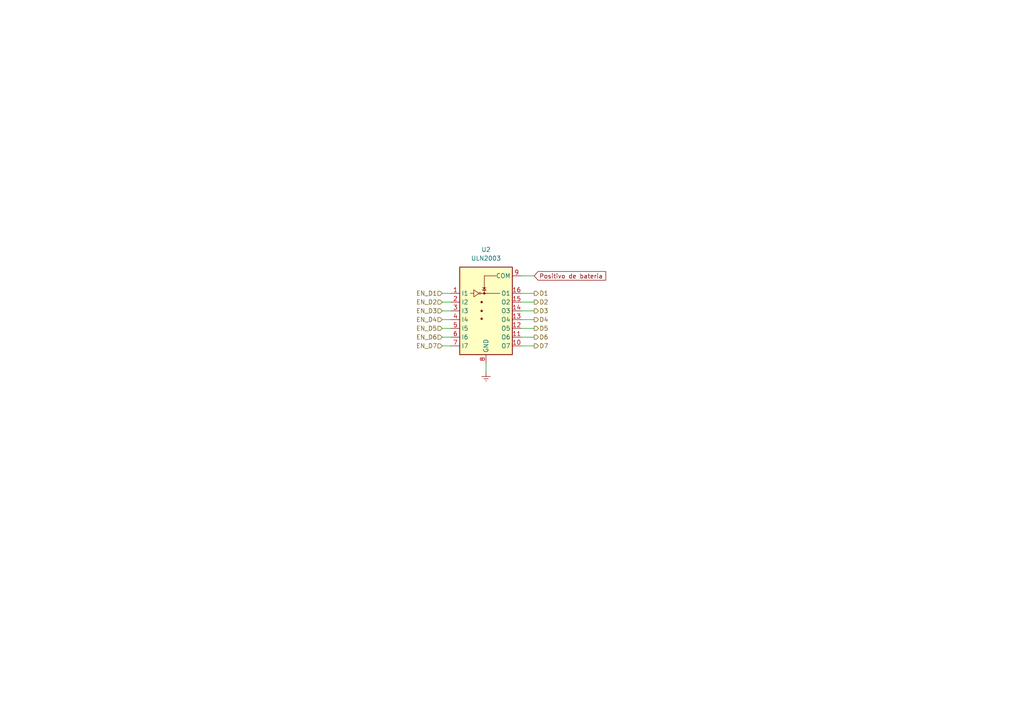
<source format=kicad_sch>
(kicad_sch (version 20230121) (generator eeschema)
  (paper "A4")
  (lib_symbols
    (symbol "Transistor_Array:ULN2003"
      (property "Reference" "U" (at 0 15.875 0))
      (property "Value" "ULN2003" (at 0 13.97 0))
      (symbol "ULN2003_0_1"
        (rectangle (start -7.62 -12.7) (end 7.62 12.7) (stroke (width 0.254)) (fill (type background)))
        (circle (center -1.778 5.08) (radius 0.254))
        (circle (center -1.27 -2.286) (radius 0.254) (fill (type outline)))
        (circle (center -1.27 0) (radius 0.254) (fill (type outline)))
        (circle (center -1.27 2.54) (radius 0.254) (fill (type outline)))
        (circle (center -0.508 5.08) (radius 0.254) (fill (type outline)))
        (polyline (pts (xy -4.572 5.08) (xy -3.556 5.08)))
        (polyline (pts (xy -1.524 5.08) (xy 4.064 5.08)))
        (polyline (pts (xy 0 6.731) (xy -1.016 6.731)))
        (polyline (pts (xy -0.508 5.08) (xy -0.508 10.16) (xy 2.921 10.16)))
        (polyline (pts (xy -3.556 6.096) (xy -3.556 4.064) (xy -2.032 5.08) (xy -3.556 6.096)))
        (polyline (pts (xy 0 5.969) (xy -1.016 5.969) (xy -0.508 6.731) (xy 0 5.969)))
      )
      (symbol "ULN2003_1_1"
        (pin input line (at -10.16 5.08 0) (length 2.54) (name "I1") (number "1"))
        (pin open_collector line (at 10.16 -10.16 180) (length 2.54) (name "O7") (number "10"))
        (pin open_collector line (at 10.16 -7.62 180) (length 2.54) (name "O6") (number "11"))
        (pin open_collector line (at 10.16 -5.08 180) (length 2.54) (name "O5") (number "12"))
        (pin open_collector line (at 10.16 -2.54 180) (length 2.54) (name "O4") (number "13"))
        (pin open_collector line (at 10.16 0 180) (length 2.54) (name "O3") (number "14"))
        (pin open_collector line (at 10.16 2.54 180) (length 2.54) (name "O2") (number "15"))
        (pin open_collector line (at 10.16 5.08 180) (length 2.54) (name "O1") (number "16"))
        (pin input line (at -10.16 2.54 0) (length 2.54) (name "I2") (number "2"))
        (pin input line (at -10.16 0 0) (length 2.54) (name "I3") (number "3"))
        (pin input line (at -10.16 -2.54 0) (length 2.54) (name "I4") (number "4"))
        (pin input line (at -10.16 -5.08 0) (length 2.54) (name "I5") (number "5"))
        (pin input line (at -10.16 -7.62 0) (length 2.54) (name "I6") (number "6"))
        (pin input line (at -10.16 -10.16 0) (length 2.54) (name "I7") (number "7"))
        (pin power_in line (at 0 -15.24 90) (length 2.54) (name "GND") (number "8"))
        (pin passive line (at 10.16 10.16 180) (length 2.54) (name "COM") (number "9"))
      )
    )
    (symbol "power:Earth" (power) (pin_names (offset 0))
      (symbol "Earth_0_1"
        (polyline (pts (xy -0.635 -1.905) (xy 0.635 -1.905)))
        (polyline (pts (xy -0.127 -2.54) (xy 0.127 -2.54)))
        (polyline (pts (xy 0 -1.27) (xy 0 0)))
        (polyline (pts (xy 1.27 -1.27) (xy -1.27 -1.27)))
      )
      (symbol "Earth_1_1"
        (pin power_in line (at 0 0 270) (length 0) hide (name "Earth") (number "1"))
      )
    )
  )
  (wire (pts (xy 151.13 90.17) (xy 154.94 90.17)))
  (wire (pts (xy 151.13 92.71) (xy 154.94 92.71)))
  (wire (pts (xy 151.13 95.25) (xy 154.94 95.25)))
  (wire (pts (xy 128.27 100.33) (xy 130.81 100.33)))
  (wire (pts (xy 151.13 100.33) (xy 154.94 100.33)))
  (wire (pts (xy 128.27 95.25) (xy 130.81 95.25)))
  (wire (pts (xy 128.27 90.17) (xy 130.81 90.17)))
  (wire (pts (xy 151.13 87.63) (xy 154.94 87.63)))
  (wire (pts (xy 151.13 85.09) (xy 154.94 85.09)))
  (wire (pts (xy 128.27 92.71) (xy 130.81 92.71)))
  (wire (pts (xy 128.27 87.63) (xy 130.81 87.63)))
  (wire (pts (xy 128.27 85.09) (xy 130.81 85.09)))
  (wire (pts (xy 151.13 80.01) (xy 154.94 80.01)))
  (wire (pts (xy 151.13 97.79) (xy 154.94 97.79)))
  (wire (pts (xy 140.97 105.41) (xy 140.97 107.95)))
  (wire (pts (xy 128.27 97.79) (xy 130.81 97.79)))
  (global_label "Positivo de bateria" (shape input) (at 154.94 80.01 0) (property "Intersheetrefs" "${INTERSHEET_REFS}" (effects hide)))
  (hierarchical_label "D1" (shape output) (at 154.94 85.09 0))
  (hierarchical_label "D7" (shape output) (at 154.94 100.33 0))
  (hierarchical_label "D6" (shape output) (at 154.94 97.79 0))
  (hierarchical_label "D5" (shape output) (at 154.94 95.25 0))
  (hierarchical_label "EN_D4" (shape input) (at 128.27 92.71 180))
  (hierarchical_label "EN_D6" (shape input) (at 128.27 97.79 180))
  (hierarchical_label "EN_D2" (shape input) (at 128.27 87.63 180))
  (hierarchical_label "D2" (shape output) (at 154.94 87.63 0))
  (hierarchical_label "D4" (shape output) (at 154.94 92.71 0))
  (hierarchical_label "EN_D7" (shape input) (at 128.27 100.33 180))
  (hierarchical_label "EN_D5" (shape input) (at 128.27 95.25 180))
  (hierarchical_label "EN_D3" (shape input) (at 128.27 90.17 180))
  (hierarchical_label "D3" (shape output) (at 154.94 90.17 0))
  (hierarchical_label "EN_D1" (shape input) (at 128.27 85.09 180))
  (symbol (lib_id "Transistor_Array:ULN2003") (at 140.97 90.17 0) (unit 1)
    (property "Reference" "U2" (at 140.97 72.39 0))
    (property "Value" "ULN2003" (at 140.97 74.93 0))
    (property "Footprint" "Package_SO:SOIC-16_3.9x9.9mm_P1.27mm" (effects hide))
    (property "Datasheet" "http://www.ti.com/lit/ds/symlink/uln2003a.pdf" (effects hide))
  )
  (symbol (lib_id "power:Earth") (at 140.97 107.95 0) (unit 1)
    (property "Reference" "#PWR06" (effects hide))
    (property "Value" "Earth" (effects hide))
  )
)
</source>
